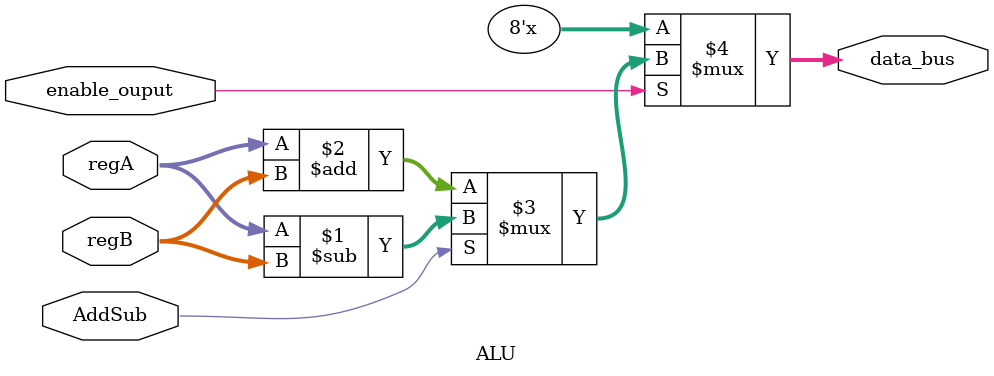
<source format=v>
`timescale 1ns / 1ps


module ALU(
    output [7:0] data_bus,
    input [7:0] regA,
    input [7:0] regB,
    input enable_ouput,
    input AddSub
    );

//-------------Clock independent actions-----------------------------
    assign data_bus = (enable_ouput) ? ((AddSub) ? (regA - regB) : (regA + regB)) : 8'bzzzz_zzzz;

endmodule


</source>
